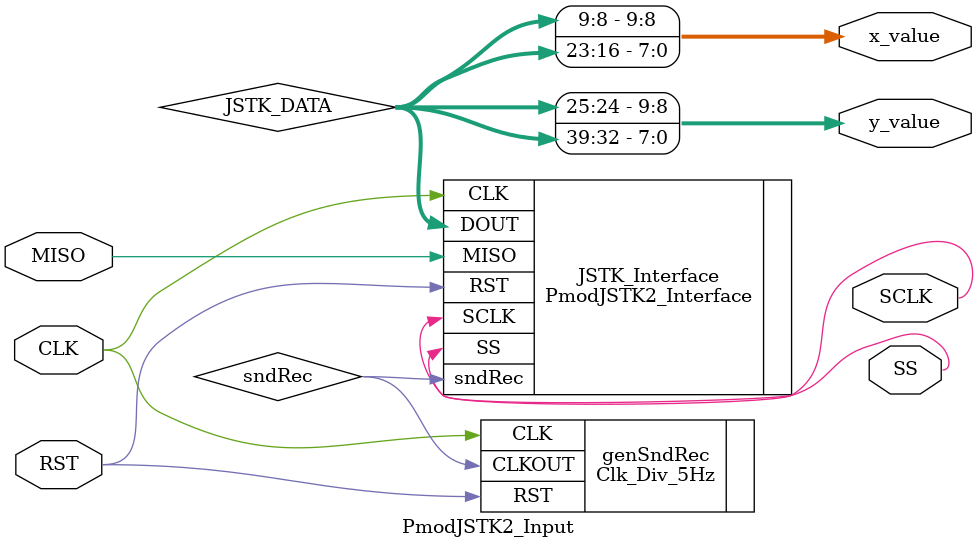
<source format=v>
/** Aaron Joseph Nanas
**  ECE 526
**  Final Project: Servo-Controlled Robot Arm
**  Module: PmodJSTK2_Input.v
**  Credits to: Josh Sackos (Digilent Inc.)
**  Reference: Pmod JSTK Demo Project
**  https://reference.digilentinc.com/reference/pmod/pmodjstk/reference-manual

**  Description: This module serves to instantiate the Joystick interface
**  module and the 5Hz Clock Divider module. This will be used in a
**  top-level module that will serve as the primary controller
**  for both the servos and the joystick.
*/
`timescale 1ns / 1ps

module PmodJSTK2_Input(CLK, RST, MISO, SS, SCLK, x_value, y_value);

    input CLK, RST, MISO;
    output SS, SCLK;
    output [9:0] x_value;
    output [9:0] y_value;
    
    wire SCLK;
    wire sndRec;
    wire [39:0] JSTK_DATA;
    
    PmodJSTK2_Interface JSTK_Interface(.CLK(CLK), .RST(RST), .sndRec(sndRec), .MISO(MISO), .SS(SS), .SCLK(SCLK), .DOUT(JSTK_DATA));
    Clk_Div_5Hz genSndRec(.CLK(CLK), .RST(RST), .CLKOUT(sndRec));
    
    assign x_value = {JSTK_DATA[9:8], JSTK_DATA[23:16]};
    assign y_value = {JSTK_DATA[25:24], JSTK_DATA[39:32]};
    
endmodule

</source>
